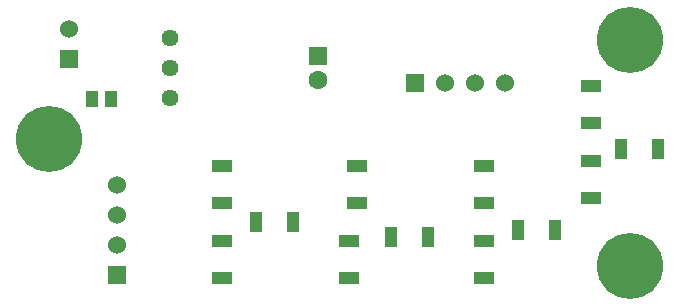
<source format=gbr>
%TF.GenerationSoftware,KiCad,Pcbnew,8.0.0*%
%TF.CreationDate,2024-04-17T17:19:10+02:00*%
%TF.ProjectId,VCU_Bis,5643555f-4269-4732-9e6b-696361645f70,rev?*%
%TF.SameCoordinates,Original*%
%TF.FileFunction,Soldermask,Top*%
%TF.FilePolarity,Negative*%
%FSLAX46Y46*%
G04 Gerber Fmt 4.6, Leading zero omitted, Abs format (unit mm)*
G04 Created by KiCad (PCBNEW 8.0.0) date 2024-04-17 17:19:10*
%MOMM*%
%LPD*%
G01*
G04 APERTURE LIST*
%ADD10R,1.800000X1.050000*%
%ADD11R,1.530000X1.530000*%
%ADD12C,1.530000*%
%ADD13R,1.600000X1.600000*%
%ADD14C,1.600000*%
%ADD15R,1.070000X1.470000*%
%ADD16C,5.600000*%
%ADD17C,1.440000*%
%ADD18R,1.050000X1.800000*%
G04 APERTURE END LIST*
D10*
%TO.C,R8*%
X148590000Y-66955000D03*
X148590000Y-63855000D03*
%TD*%
%TO.C,R6*%
X159385000Y-73305000D03*
X159385000Y-70205000D03*
%TD*%
D11*
%TO.C,J3*%
X139700000Y-73025000D03*
D12*
X139700000Y-70485000D03*
X139700000Y-67945000D03*
X139700000Y-65405000D03*
%TD*%
D13*
%TO.C,C1*%
X156768800Y-54533800D03*
D14*
X156768800Y-56533800D03*
%TD*%
D15*
%TO.C,C2*%
X139250000Y-58115200D03*
X137610000Y-58115200D03*
%TD*%
D10*
%TO.C,R2*%
X170815000Y-66955000D03*
X170815000Y-63855000D03*
%TD*%
%TO.C,R14*%
X179882800Y-66497200D03*
X179882800Y-63397200D03*
%TD*%
D16*
%TO.C,*%
X183159400Y-72263000D03*
%TD*%
D10*
%TO.C,R13*%
X179882800Y-60147200D03*
X179882800Y-57047200D03*
%TD*%
D17*
%TO.C,U1*%
X144240000Y-53019400D03*
X144240000Y-55559400D03*
X144240000Y-58099400D03*
%TD*%
D11*
%TO.C,J1*%
X164922200Y-56794400D03*
D12*
X167462200Y-56794400D03*
X170002200Y-56794400D03*
X172542200Y-56794400D03*
%TD*%
D10*
%TO.C,R9*%
X148590000Y-73305000D03*
X148590000Y-70205000D03*
%TD*%
D18*
%TO.C,R10*%
X154585000Y-68580000D03*
X151485000Y-68580000D03*
%TD*%
%TO.C,R7*%
X166015000Y-69850000D03*
X162915000Y-69850000D03*
%TD*%
D10*
%TO.C,R3*%
X170815000Y-73305000D03*
X170815000Y-70205000D03*
%TD*%
D16*
%TO.C,*%
X133985000Y-61518800D03*
%TD*%
%TO.C,*%
X183134000Y-53136800D03*
%TD*%
D18*
%TO.C,R15*%
X185522800Y-62407200D03*
X182422800Y-62407200D03*
%TD*%
%TO.C,R4*%
X176810000Y-69215000D03*
X173710000Y-69215000D03*
%TD*%
D11*
%TO.C,J4*%
X135661400Y-54762400D03*
D12*
X135661400Y-52222400D03*
%TD*%
D10*
%TO.C,R5*%
X160020000Y-66955000D03*
X160020000Y-63855000D03*
%TD*%
M02*

</source>
